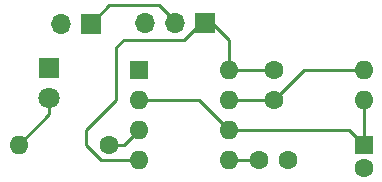
<source format=gbr>
G04 #@! TF.FileFunction,Copper,L2,Bot,Signal*
%FSLAX46Y46*%
G04 Gerber Fmt 4.6, Leading zero omitted, Abs format (unit mm)*
G04 Created by KiCad (PCBNEW 4.0.7) date 01/31/18 00:14:42*
%MOMM*%
%LPD*%
G01*
G04 APERTURE LIST*
%ADD10C,0.100000*%
%ADD11R,1.700000X1.700000*%
%ADD12O,1.700000X1.700000*%
%ADD13C,1.600000*%
%ADD14R,1.600000X1.600000*%
%ADD15R,1.800000X1.800000*%
%ADD16C,1.800000*%
%ADD17O,1.600000X1.600000*%
%ADD18C,0.250000*%
G04 APERTURE END LIST*
D10*
D11*
X154686000Y-106654600D03*
D12*
X152146000Y-106654600D03*
D13*
X168910000Y-118110000D03*
X171410000Y-118110000D03*
D14*
X177800000Y-116840000D03*
D13*
X177800000Y-118840000D03*
D15*
X151155400Y-110363000D03*
D16*
X151155400Y-112903000D03*
D13*
X156210000Y-116840000D03*
D17*
X148590000Y-116840000D03*
D13*
X170180000Y-110490000D03*
D17*
X177800000Y-110490000D03*
D13*
X170180000Y-113030000D03*
D17*
X177800000Y-113030000D03*
D14*
X158750000Y-110490000D03*
D17*
X166370000Y-118110000D03*
X158750000Y-113030000D03*
X166370000Y-115570000D03*
X158750000Y-115570000D03*
X166370000Y-113030000D03*
X158750000Y-118110000D03*
X166370000Y-110490000D03*
D11*
X164363400Y-106527600D03*
D12*
X161823400Y-106527600D03*
X159283400Y-106527600D03*
D18*
X161823400Y-106527600D02*
X161823400Y-106400600D01*
X161823400Y-106400600D02*
X160477200Y-105054400D01*
X160477200Y-105054400D02*
X156286200Y-105054400D01*
X156286200Y-105054400D02*
X154686000Y-106654600D01*
X168910000Y-118110000D02*
X166370000Y-118110000D01*
X177800000Y-116840000D02*
X177800000Y-113030000D01*
X166370000Y-115570000D02*
X176530000Y-115570000D01*
X176530000Y-115570000D02*
X177800000Y-116840000D01*
X158750000Y-113030000D02*
X163830000Y-113030000D01*
X163830000Y-113030000D02*
X166370000Y-115570000D01*
X151155400Y-112903000D02*
X151155400Y-114274600D01*
X151155400Y-114274600D02*
X148590000Y-116840000D01*
X156210000Y-116840000D02*
X157480000Y-116840000D01*
X157480000Y-116840000D02*
X158750000Y-115570000D01*
X177800000Y-110490000D02*
X172720000Y-110490000D01*
X172720000Y-110490000D02*
X170180000Y-113030000D01*
X170180000Y-113030000D02*
X166370000Y-113030000D01*
X162560000Y-107950000D02*
X163830000Y-106680000D01*
X157480000Y-107950000D02*
X162560000Y-107950000D01*
X156845000Y-108585000D02*
X157480000Y-107950000D01*
X156845000Y-113030000D02*
X156845000Y-108585000D01*
X154305000Y-115570000D02*
X156845000Y-113030000D01*
X154305000Y-116840000D02*
X154305000Y-115570000D01*
X163830000Y-106680000D02*
X165100000Y-106680000D01*
X165100000Y-106680000D02*
X166370000Y-107950000D01*
X155575000Y-118110000D02*
X154305000Y-116840000D01*
X158750000Y-118110000D02*
X155575000Y-118110000D01*
X166370000Y-107950000D02*
X166370000Y-110490000D01*
X170180000Y-110490000D02*
X166370000Y-110490000D01*
M02*

</source>
